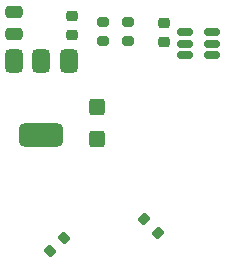
<source format=gbp>
G04 #@! TF.GenerationSoftware,KiCad,Pcbnew,8.0.7-8.0.7-0~ubuntu24.04.1*
G04 #@! TF.CreationDate,2025-01-07T12:13:35-05:00*
G04 #@! TF.ProjectId,ESP32_C3_LVGL_DEVBOARD,45535033-325f-4433-935f-4c56474c5f44,rev?*
G04 #@! TF.SameCoordinates,Original*
G04 #@! TF.FileFunction,Paste,Bot*
G04 #@! TF.FilePolarity,Positive*
%FSLAX46Y46*%
G04 Gerber Fmt 4.6, Leading zero omitted, Abs format (unit mm)*
G04 Created by KiCad (PCBNEW 8.0.7-8.0.7-0~ubuntu24.04.1) date 2025-01-07 12:13:35*
%MOMM*%
%LPD*%
G01*
G04 APERTURE LIST*
G04 Aperture macros list*
%AMRoundRect*
0 Rectangle with rounded corners*
0 $1 Rounding radius*
0 $2 $3 $4 $5 $6 $7 $8 $9 X,Y pos of 4 corners*
0 Add a 4 corners polygon primitive as box body*
4,1,4,$2,$3,$4,$5,$6,$7,$8,$9,$2,$3,0*
0 Add four circle primitives for the rounded corners*
1,1,$1+$1,$2,$3*
1,1,$1+$1,$4,$5*
1,1,$1+$1,$6,$7*
1,1,$1+$1,$8,$9*
0 Add four rect primitives between the rounded corners*
20,1,$1+$1,$2,$3,$4,$5,0*
20,1,$1+$1,$4,$5,$6,$7,0*
20,1,$1+$1,$6,$7,$8,$9,0*
20,1,$1+$1,$8,$9,$2,$3,0*%
G04 Aperture macros list end*
%ADD10RoundRect,0.200000X-0.053033X0.335876X-0.335876X0.053033X0.053033X-0.335876X0.335876X-0.053033X0*%
%ADD11RoundRect,0.250000X-0.475000X0.250000X-0.475000X-0.250000X0.475000X-0.250000X0.475000X0.250000X0*%
%ADD12RoundRect,0.150000X0.512500X0.150000X-0.512500X0.150000X-0.512500X-0.150000X0.512500X-0.150000X0*%
%ADD13RoundRect,0.200000X-0.335876X-0.053033X-0.053033X-0.335876X0.335876X0.053033X0.053033X0.335876X0*%
%ADD14RoundRect,0.200000X-0.275000X0.200000X-0.275000X-0.200000X0.275000X-0.200000X0.275000X0.200000X0*%
%ADD15RoundRect,0.250000X0.425000X-0.450000X0.425000X0.450000X-0.425000X0.450000X-0.425000X-0.450000X0*%
%ADD16RoundRect,0.375000X-0.375000X0.625000X-0.375000X-0.625000X0.375000X-0.625000X0.375000X0.625000X0*%
%ADD17RoundRect,0.500000X-1.400000X0.500000X-1.400000X-0.500000X1.400000X-0.500000X1.400000X0.500000X0*%
%ADD18RoundRect,0.225000X0.250000X-0.225000X0.250000X0.225000X-0.250000X0.225000X-0.250000X-0.225000X0*%
%ADD19RoundRect,0.225000X-0.250000X0.225000X-0.250000X-0.225000X0.250000X-0.225000X0.250000X0.225000X0*%
G04 APERTURE END LIST*
D10*
X149783363Y-94716637D03*
X148616637Y-95883363D03*
D11*
X145600000Y-75600000D03*
X145600000Y-77500000D03*
D12*
X162337500Y-77350000D03*
X162337500Y-78300000D03*
X162337500Y-79250000D03*
X160062500Y-79250000D03*
X160062500Y-78300000D03*
X160062500Y-77350000D03*
D13*
X156575000Y-93125000D03*
X157741726Y-94291726D03*
D14*
X155240000Y-76425000D03*
X155240000Y-78075000D03*
D15*
X152600000Y-86360000D03*
X152600000Y-83660000D03*
D16*
X145580000Y-79772500D03*
X147880000Y-79772500D03*
D17*
X147880000Y-86072500D03*
D16*
X150180000Y-79772500D03*
D14*
X153130000Y-76425000D03*
X153130000Y-78075000D03*
D18*
X158225000Y-78125000D03*
X158225000Y-76575000D03*
D19*
X150500000Y-75995000D03*
X150500000Y-77545000D03*
M02*

</source>
